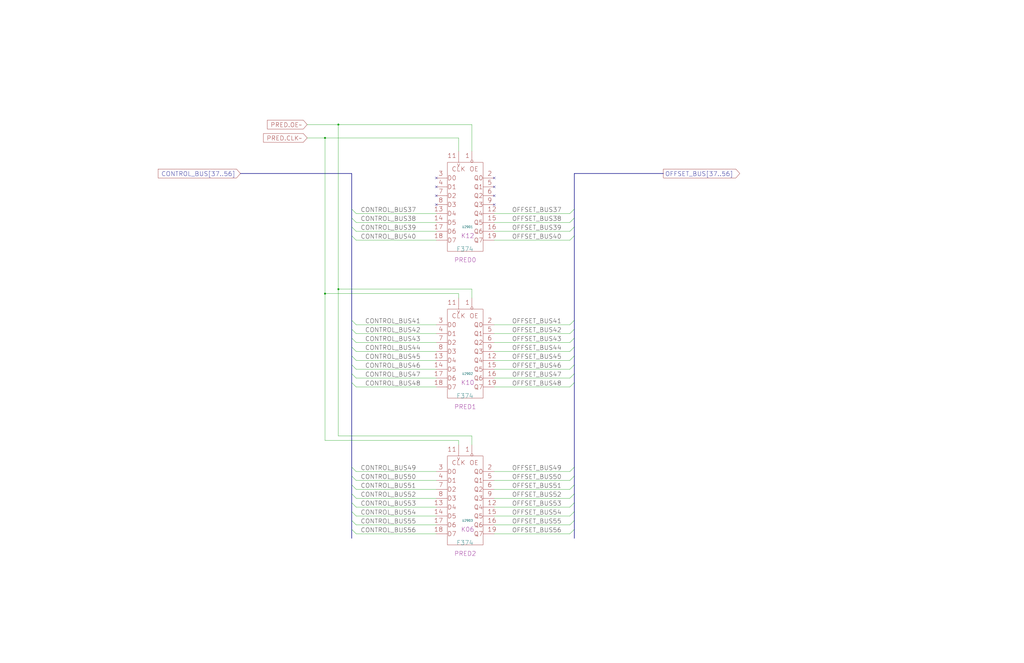
<source format=kicad_sch>
(kicad_sch (version 20211123) (generator eeschema)
  (paper "User" 584.2 378.46)
  (title_block (title "CONTROL PREDECESSOR") (date "22-MAY-90") (rev "1.0") (comment 1 "SEQUENCER") (comment 2 "232-003064") (comment 3 "S400") (comment 4 "RELEASED"))
  (lib_symbols
    (symbol "r1000:F374" (pin_numbers hide) (pin_names (offset 1.016) hide)
      (property "Reference" "U" (at 2.54 5.08 0))
      (property "Value" "F374" (at -3.81 -7.62 0))
      (property "Location" "___" (at -1.27 0 0))
      (property "Name" "______" (at 1.27 -15.24 0))
      (symbol "F374_1_1"
        (rectangle (start -8.89 41.91) (end 11.43 -8.89))
        (circle (center 5.08 42.545) (radius 0.635))
        (text "0" (at -5.08 33.02 0) (effects (font (size 2.54 2.54))))
        (text "0" (at 10.16 33.02 0) (effects (font (size 2.54 2.54))))
        (text "1" (at -15.24 0 0) (effects (font (size 2.54 2.54))))
        (text "1" (at -15.24 5.08 0) (effects (font (size 2.54 2.54))))
        (text "1" (at -15.24 10.16 0) (effects (font (size 2.54 2.54))))
        (text "1" (at -15.24 15.24 0) (effects (font (size 2.54 2.54))))
        (text "1" (at -7.62 45.72 0) (effects (font (size 2.54 2.54))))
        (text "1" (at -5.08 27.94 0) (effects (font (size 2.54 2.54))))
        (text "1" (at -5.08 45.72 0) (effects (font (size 2.54 2.54))))
        (text "1" (at 2.54 45.72 0) (effects (font (size 2.54 2.54))))
        (text "1" (at 10.16 27.94 0) (effects (font (size 2.54 2.54))))
        (text "1" (at 15.24 0 0) (effects (font (size 2.54 2.54))))
        (text "1" (at 15.24 5.08 0) (effects (font (size 2.54 2.54))))
        (text "1" (at 15.24 10.16 0) (effects (font (size 2.54 2.54))))
        (text "1" (at 15.24 15.24 0) (effects (font (size 2.54 2.54))))
        (text "2" (at -5.08 22.86 0) (effects (font (size 2.54 2.54))))
        (text "2" (at 10.16 22.86 0) (effects (font (size 2.54 2.54))))
        (text "2" (at 15.24 35.56 0) (effects (font (size 2.54 2.54))))
        (text "2" (at 17.78 15.24 0) (effects (font (size 2.54 2.54))))
        (text "3" (at -12.7 15.24 0) (effects (font (size 2.54 2.54))))
        (text "3" (at -12.7 35.56 0) (effects (font (size 2.54 2.54))))
        (text "3" (at -5.08 17.78 0) (effects (font (size 2.54 2.54))))
        (text "3" (at 10.16 17.78 0) (effects (font (size 2.54 2.54))))
        (text "4" (at -12.7 10.16 0) (effects (font (size 2.54 2.54))))
        (text "4" (at -12.7 30.48 0) (effects (font (size 2.54 2.54))))
        (text "4" (at -5.08 12.7 0) (effects (font (size 2.54 2.54))))
        (text "4" (at 10.16 12.7 0) (effects (font (size 2.54 2.54))))
        (text "5" (at -5.08 7.62 0) (effects (font (size 2.54 2.54))))
        (text "5" (at 10.16 7.62 0) (effects (font (size 2.54 2.54))))
        (text "5" (at 15.24 30.48 0) (effects (font (size 2.54 2.54))))
        (text "5" (at 17.78 10.16 0) (effects (font (size 2.54 2.54))))
        (text "6" (at -5.08 2.54 0) (effects (font (size 2.54 2.54))))
        (text "6" (at 10.16 2.54 0) (effects (font (size 2.54 2.54))))
        (text "6" (at 15.24 25.4 0) (effects (font (size 2.54 2.54))))
        (text "6" (at 17.78 5.08 0) (effects (font (size 2.54 2.54))))
        (text "7" (at -12.7 5.08 0) (effects (font (size 2.54 2.54))))
        (text "7" (at -12.7 25.4 0) (effects (font (size 2.54 2.54))))
        (text "7" (at -5.08 -2.54 0) (effects (font (size 2.54 2.54))))
        (text "7" (at 10.16 -2.54 0) (effects (font (size 2.54 2.54))))
        (text "8" (at -12.7 0 0) (effects (font (size 2.54 2.54))))
        (text "8" (at -12.7 20.32 0) (effects (font (size 2.54 2.54))))
        (text "9" (at 15.24 20.32 0) (effects (font (size 2.54 2.54))))
        (text "9" (at 17.78 0 0) (effects (font (size 2.54 2.54))))
        (text "C" (at -5.08 38.1 0) (effects (font (size 2.54 2.54))))
        (text "D" (at -7.62 -2.54 0) (effects (font (size 2.54 2.54))))
        (text "D" (at -7.62 2.54 0) (effects (font (size 2.54 2.54))))
        (text "D" (at -7.62 7.62 0) (effects (font (size 2.54 2.54))))
        (text "D" (at -7.62 12.7 0) (effects (font (size 2.54 2.54))))
        (text "D" (at -7.62 17.78 0) (effects (font (size 2.54 2.54))))
        (text "D" (at -7.62 22.86 0) (effects (font (size 2.54 2.54))))
        (text "D" (at -7.62 27.94 0) (effects (font (size 2.54 2.54))))
        (text "D" (at -7.62 33.02 0) (effects (font (size 2.54 2.54))))
        (text "E" (at 7.62 38.1 0) (effects (font (size 2.54 2.54))))
        (text "K" (at 0 38.1 0) (effects (font (size 2.54 2.54))))
        (text "L" (at -2.54 38.1 0) (effects (font (size 2.54 2.54))))
        (text "O" (at 5.08 38.1 0) (effects (font (size 2.54 2.54))))
        (text "Q" (at 7.62 -2.54 0) (effects (font (size 2.54 2.54))))
        (text "Q" (at 7.62 2.54 0) (effects (font (size 2.54 2.54))))
        (text "Q" (at 7.62 7.62 0) (effects (font (size 2.54 2.54))))
        (text "Q" (at 7.62 12.7 0) (effects (font (size 2.54 2.54))))
        (text "Q" (at 7.62 17.78 0) (effects (font (size 2.54 2.54))))
        (text "Q" (at 7.62 22.86 0) (effects (font (size 2.54 2.54))))
        (text "Q" (at 7.62 27.94 0) (effects (font (size 2.54 2.54))))
        (text "Q" (at 7.62 33.02 0) (effects (font (size 2.54 2.54))))
        (text "v" (at -2.54 40.64 0) (effects (font (size 2.54 2.54))))
        (pin input line (at 5.08 48.26 270) (length 5.08) (name "OE_") (number "1"))
        (pin input line (at -2.54 48.26 270) (length 6.35) (name "CLK") (number "11"))
        (pin tri_state line (at 17.78 12.7 180) (length 6.35) (name "Q4") (number "12"))
        (pin input line (at -15.24 12.7 0) (length 6.35) (name "D4") (number "13"))
        (pin input line (at -15.24 7.62 0) (length 6.35) (name "D5") (number "14"))
        (pin tri_state line (at 17.78 7.62 180) (length 6.35) (name "Q5") (number "15"))
        (pin tri_state line (at 17.78 2.54 180) (length 6.35) (name "Q6") (number "16"))
        (pin input line (at -15.24 2.54 0) (length 6.35) (name "D6") (number "17"))
        (pin input line (at -15.24 -2.54 0) (length 6.35) (name "D7") (number "18"))
        (pin tri_state line (at 17.78 -2.54 180) (length 6.35) (name "Q7") (number "19"))
        (pin tri_state line (at 17.78 33.02 180) (length 6.35) (name "Q0") (number "2"))
        (pin input line (at -15.24 33.02 0) (length 6.35) (name "D0") (number "3"))
        (pin input line (at -15.24 27.94 0) (length 6.35) (name "D1") (number "4"))
        (pin tri_state line (at 17.78 27.94 180) (length 6.35) (name "Q1") (number "5"))
        (pin tri_state line (at 17.78 22.86 180) (length 6.35) (name "Q2") (number "6"))
        (pin input line (at -15.24 22.86 0) (length 6.35) (name "D2") (number "7"))
        (pin input line (at -15.24 17.78 0) (length 6.35) (name "D3") (number "8"))
        (pin tri_state line (at 17.78 17.78 180) (length 6.35) (name "Q3") (number "9"))
      )
    )
  )
  (bus (pts (xy 137.16 99.06) (xy 200.66 99.06)))
  (bus (pts (xy 200.66 119.38) (xy 200.66 124.46)))
  (bus (pts (xy 200.66 124.46) (xy 200.66 129.54)))
  (bus (pts (xy 200.66 129.54) (xy 200.66 134.62)))
  (bus (pts (xy 200.66 134.62) (xy 200.66 182.88)))
  (bus (pts (xy 200.66 182.88) (xy 200.66 187.96)))
  (bus (pts (xy 200.66 187.96) (xy 200.66 193.04)))
  (bus (pts (xy 200.66 193.04) (xy 200.66 198.12)))
  (bus (pts (xy 200.66 198.12) (xy 200.66 203.2)))
  (bus (pts (xy 200.66 203.2) (xy 200.66 208.28)))
  (bus (pts (xy 200.66 208.28) (xy 200.66 213.36)))
  (bus (pts (xy 200.66 213.36) (xy 200.66 218.44)))
  (bus (pts (xy 200.66 218.44) (xy 200.66 266.7)))
  (bus (pts (xy 200.66 266.7) (xy 200.66 271.78)))
  (bus (pts (xy 200.66 271.78) (xy 200.66 276.86)))
  (bus (pts (xy 200.66 276.86) (xy 200.66 281.94)))
  (bus (pts (xy 200.66 281.94) (xy 200.66 287.02)))
  (bus (pts (xy 200.66 287.02) (xy 200.66 292.1)))
  (bus (pts (xy 200.66 292.1) (xy 200.66 297.18)))
  (bus (pts (xy 200.66 297.18) (xy 200.66 302.26)))
  (bus (pts (xy 200.66 302.26) (xy 200.66 307.34)))
  (bus (pts (xy 200.66 99.06) (xy 200.66 119.38)))
  (bus (pts (xy 327.66 119.38) (xy 327.66 124.46)))
  (bus (pts (xy 327.66 124.46) (xy 327.66 129.54)))
  (bus (pts (xy 327.66 129.54) (xy 327.66 134.62)))
  (bus (pts (xy 327.66 134.62) (xy 327.66 182.88)))
  (bus (pts (xy 327.66 182.88) (xy 327.66 187.96)))
  (bus (pts (xy 327.66 187.96) (xy 327.66 193.04)))
  (bus (pts (xy 327.66 193.04) (xy 327.66 198.12)))
  (bus (pts (xy 327.66 198.12) (xy 327.66 203.2)))
  (bus (pts (xy 327.66 203.2) (xy 327.66 208.28)))
  (bus (pts (xy 327.66 208.28) (xy 327.66 213.36)))
  (bus (pts (xy 327.66 213.36) (xy 327.66 218.44)))
  (bus (pts (xy 327.66 218.44) (xy 327.66 266.7)))
  (bus (pts (xy 327.66 266.7) (xy 327.66 271.78)))
  (bus (pts (xy 327.66 271.78) (xy 327.66 276.86)))
  (bus (pts (xy 327.66 276.86) (xy 327.66 281.94)))
  (bus (pts (xy 327.66 281.94) (xy 327.66 287.02)))
  (bus (pts (xy 327.66 287.02) (xy 327.66 292.1)))
  (bus (pts (xy 327.66 292.1) (xy 327.66 297.18)))
  (bus (pts (xy 327.66 297.18) (xy 327.66 302.26)))
  (bus (pts (xy 327.66 302.26) (xy 327.66 307.34)))
  (bus (pts (xy 327.66 99.06) (xy 327.66 119.38)))
  (bus (pts (xy 327.66 99.06) (xy 378.46 99.06)))
  (wire (pts (xy 175.26 71.12) (xy 193.04 71.12)))
  (wire (pts (xy 175.26 78.74) (xy 185.42 78.74)))
  (wire (pts (xy 185.42 167.64) (xy 185.42 251.46)))
  (wire (pts (xy 185.42 78.74) (xy 185.42 167.64)))
  (wire (pts (xy 185.42 78.74) (xy 261.62 78.74)))
  (wire (pts (xy 193.04 165.1) (xy 193.04 71.12)))
  (wire (pts (xy 193.04 165.1) (xy 269.24 165.1)))
  (wire (pts (xy 193.04 248.92) (xy 193.04 165.1)))
  (wire (pts (xy 193.04 71.12) (xy 269.24 71.12)))
  (wire (pts (xy 203.2 121.92) (xy 248.92 121.92)))
  (wire (pts (xy 203.2 127) (xy 248.92 127)))
  (wire (pts (xy 203.2 132.08) (xy 248.92 132.08)))
  (wire (pts (xy 203.2 137.16) (xy 248.92 137.16)))
  (wire (pts (xy 203.2 185.42) (xy 248.92 185.42)))
  (wire (pts (xy 203.2 190.5) (xy 248.92 190.5)))
  (wire (pts (xy 203.2 195.58) (xy 248.92 195.58)))
  (wire (pts (xy 203.2 200.66) (xy 248.92 200.66)))
  (wire (pts (xy 203.2 205.74) (xy 248.92 205.74)))
  (wire (pts (xy 203.2 210.82) (xy 248.92 210.82)))
  (wire (pts (xy 203.2 215.9) (xy 248.92 215.9)))
  (wire (pts (xy 203.2 220.98) (xy 248.92 220.98)))
  (wire (pts (xy 203.2 269.24) (xy 248.92 269.24)))
  (wire (pts (xy 203.2 274.32) (xy 248.92 274.32)))
  (wire (pts (xy 203.2 279.4) (xy 248.92 279.4)))
  (wire (pts (xy 203.2 284.48) (xy 248.92 284.48)))
  (wire (pts (xy 203.2 289.56) (xy 248.92 289.56)))
  (wire (pts (xy 203.2 294.64) (xy 248.92 294.64)))
  (wire (pts (xy 203.2 299.72) (xy 248.92 299.72)))
  (wire (pts (xy 203.2 304.8) (xy 248.92 304.8)))
  (wire (pts (xy 261.62 167.64) (xy 185.42 167.64)))
  (wire (pts (xy 261.62 170.18) (xy 261.62 167.64)))
  (wire (pts (xy 261.62 251.46) (xy 185.42 251.46)))
  (wire (pts (xy 261.62 254) (xy 261.62 251.46)))
  (wire (pts (xy 261.62 78.74) (xy 261.62 86.36)))
  (wire (pts (xy 269.24 170.18) (xy 269.24 165.1)))
  (wire (pts (xy 269.24 248.92) (xy 193.04 248.92)))
  (wire (pts (xy 269.24 254) (xy 269.24 248.92)))
  (wire (pts (xy 269.24 71.12) (xy 269.24 86.36)))
  (wire (pts (xy 281.94 121.92) (xy 325.12 121.92)))
  (wire (pts (xy 281.94 127) (xy 325.12 127)))
  (wire (pts (xy 281.94 132.08) (xy 325.12 132.08)))
  (wire (pts (xy 281.94 137.16) (xy 325.12 137.16)))
  (wire (pts (xy 281.94 185.42) (xy 325.12 185.42)))
  (wire (pts (xy 281.94 190.5) (xy 325.12 190.5)))
  (wire (pts (xy 281.94 195.58) (xy 325.12 195.58)))
  (wire (pts (xy 281.94 200.66) (xy 325.12 200.66)))
  (wire (pts (xy 281.94 205.74) (xy 325.12 205.74)))
  (wire (pts (xy 281.94 210.82) (xy 325.12 210.82)))
  (wire (pts (xy 281.94 215.9) (xy 325.12 215.9)))
  (wire (pts (xy 281.94 220.98) (xy 325.12 220.98)))
  (wire (pts (xy 281.94 269.24) (xy 325.12 269.24)))
  (wire (pts (xy 281.94 274.32) (xy 325.12 274.32)))
  (wire (pts (xy 281.94 279.4) (xy 325.12 279.4)))
  (wire (pts (xy 281.94 284.48) (xy 325.12 284.48)))
  (wire (pts (xy 281.94 289.56) (xy 325.12 289.56)))
  (wire (pts (xy 281.94 294.64) (xy 325.12 294.64)))
  (wire (pts (xy 281.94 299.72) (xy 325.12 299.72)))
  (wire (pts (xy 281.94 304.8) (xy 325.12 304.8)))
  (global_label "CONTROL_BUS[37..56]" (shape input) (at 137.16 99.06 180) (effects (font (size 2.54 2.54))) (property "Intersheet References" "${INTERSHEET_REFS}" (at 90.2426 98.9013 0) (effects (font (size 2.54 2.54)) (justify right))))
  (global_label "PRED.OE~" (shape input) (at 175.26 71.12 180) (effects (font (size 2.54 2.54))) (property "Intersheet References" "${INTERSHEET_REFS}" (at 152.533 70.9613 0) (effects (font (size 2.54 2.54)) (justify right))))
  (global_label "PRED.CLK~" (shape input) (at 175.26 78.74 180) (effects (font (size 2.54 2.54))) (property "Intersheet References" "${INTERSHEET_REFS}" (at 150.3559 78.5813 0) (effects (font (size 2.54 2.54)) (justify right))))
  (junction (at 185.42 78.74))
  (junction (at 185.42 167.64))
  (junction (at 193.04 71.12))
  (junction (at 193.04 165.1))
  (bus_entry (at 200.66 119.38) (size 2.54 2.54))
  (bus_entry (at 200.66 124.46) (size 2.54 2.54))
  (bus_entry (at 200.66 129.54) (size 2.54 2.54))
  (bus_entry (at 200.66 134.62) (size 2.54 2.54))
  (bus_entry (at 200.66 182.88) (size 2.54 2.54))
  (bus_entry (at 200.66 187.96) (size 2.54 2.54))
  (bus_entry (at 200.66 193.04) (size 2.54 2.54))
  (bus_entry (at 200.66 198.12) (size 2.54 2.54))
  (bus_entry (at 200.66 203.2) (size 2.54 2.54))
  (bus_entry (at 200.66 208.28) (size 2.54 2.54))
  (bus_entry (at 200.66 213.36) (size 2.54 2.54))
  (bus_entry (at 200.66 218.44) (size 2.54 2.54))
  (bus_entry (at 200.66 266.7) (size 2.54 2.54))
  (bus_entry (at 200.66 271.78) (size 2.54 2.54))
  (bus_entry (at 200.66 276.86) (size 2.54 2.54))
  (bus_entry (at 200.66 281.94) (size 2.54 2.54))
  (bus_entry (at 200.66 287.02) (size 2.54 2.54))
  (bus_entry (at 200.66 292.1) (size 2.54 2.54))
  (bus_entry (at 200.66 297.18) (size 2.54 2.54))
  (bus_entry (at 200.66 302.26) (size 2.54 2.54))
  (label "CONTROL_BUS37" (at 205.74 121.92 0) (effects (font (size 2.54 2.54))))
  (label "CONTROL_BUS38" (at 205.74 127 0) (effects (font (size 2.54 2.54))))
  (label "CONTROL_BUS39" (at 205.74 132.08 0) (effects (font (size 2.54 2.54))))
  (label "CONTROL_BUS40" (at 205.74 137.16 0) (effects (font (size 2.54 2.54))))
  (label "CONTROL_BUS49" (at 205.74 269.24 0) (effects (font (size 2.54 2.54))))
  (label "CONTROL_BUS50" (at 205.74 274.32 0) (effects (font (size 2.54 2.54))))
  (label "CONTROL_BUS51" (at 205.74 279.4 0) (effects (font (size 2.54 2.54))))
  (label "CONTROL_BUS52" (at 205.74 284.48 0) (effects (font (size 2.54 2.54))))
  (label "CONTROL_BUS53" (at 205.74 289.56 0) (effects (font (size 2.54 2.54))))
  (label "CONTROL_BUS54" (at 205.74 294.64 0) (effects (font (size 2.54 2.54))))
  (label "CONTROL_BUS55" (at 205.74 299.72 0) (effects (font (size 2.54 2.54))))
  (label "CONTROL_BUS56" (at 205.74 304.8 0) (effects (font (size 2.54 2.54))))
  (label "CONTROL_BUS41" (at 208.28 185.42 0) (effects (font (size 2.54 2.54))))
  (label "CONTROL_BUS42" (at 208.28 190.5 0) (effects (font (size 2.54 2.54))))
  (label "CONTROL_BUS43" (at 208.28 195.58 0) (effects (font (size 2.54 2.54))))
  (label "CONTROL_BUS44" (at 208.28 200.66 0) (effects (font (size 2.54 2.54))))
  (label "CONTROL_BUS45" (at 208.28 205.74 0) (effects (font (size 2.54 2.54))))
  (label "CONTROL_BUS46" (at 208.28 210.82 0) (effects (font (size 2.54 2.54))))
  (label "CONTROL_BUS47" (at 208.28 215.9 0) (effects (font (size 2.54 2.54))))
  (label "CONTROL_BUS48" (at 208.28 220.98 0) (effects (font (size 2.54 2.54))))
  (no_connect (at 248.92 101.6))
  (no_connect (at 248.92 106.68))
  (no_connect (at 248.92 111.76))
  (no_connect (at 248.92 116.84))
  (symbol (lib_id "r1000:F374") (at 264.16 134.62 0) (unit 1)
    (property "Reference" "U2901" (at 266.7 129.54 0))
    (property "Value" "F374" (at 260.35 142.24 0) (effects (font (size 2.54 2.54)) (justify left)))
    (property "Location" "K12" (at 262.89 134.62 0) (effects (font (size 2.54 2.54)) (justify left)))
    (property "Name" "PRED0" (at 265.43 149.86 0) (effects (font (size 2.54 2.54)) (justify bottom)))
  )
  (symbol (lib_id "r1000:F374") (at 264.16 218.44 0) (unit 1)
    (property "Reference" "U2902" (at 266.7 213.36 0))
    (property "Value" "F374" (at 260.35 226.06 0) (effects (font (size 2.54 2.54)) (justify left)))
    (property "Location" "K10" (at 262.89 218.44 0) (effects (font (size 2.54 2.54)) (justify left)))
    (property "Name" "PRED1" (at 265.43 233.68 0) (effects (font (size 2.54 2.54)) (justify bottom)))
  )
  (symbol (lib_id "r1000:F374") (at 264.16 302.26 0) (unit 1)
    (property "Reference" "U2903" (at 266.7 297.18 0))
    (property "Value" "F374" (at 260.35 309.88 0) (effects (font (size 2.54 2.54)) (justify left)))
    (property "Location" "K06" (at 262.89 302.26 0) (effects (font (size 2.54 2.54)) (justify left)))
    (property "Name" "PRED2" (at 265.43 317.5 0) (effects (font (size 2.54 2.54)) (justify bottom)))
  )
  (no_connect (at 281.94 101.6))
  (no_connect (at 281.94 106.68))
  (no_connect (at 281.94 111.76))
  (no_connect (at 281.94 116.84))
  (label "OFFSET_BUS37" (at 292.1 121.92 0) (effects (font (size 2.54 2.54))))
  (label "OFFSET_BUS38" (at 292.1 127 0) (effects (font (size 2.54 2.54))))
  (label "OFFSET_BUS39" (at 292.1 132.08 0) (effects (font (size 2.54 2.54))))
  (label "OFFSET_BUS40" (at 292.1 137.16 0) (effects (font (size 2.54 2.54))))
  (label "OFFSET_BUS41" (at 292.1 185.42 0) (effects (font (size 2.54 2.54))))
  (label "OFFSET_BUS42" (at 292.1 190.5 0) (effects (font (size 2.54 2.54))))
  (label "OFFSET_BUS43" (at 292.1 195.58 0) (effects (font (size 2.54 2.54))))
  (label "OFFSET_BUS44" (at 292.1 200.66 0) (effects (font (size 2.54 2.54))))
  (label "OFFSET_BUS45" (at 292.1 205.74 0) (effects (font (size 2.54 2.54))))
  (label "OFFSET_BUS46" (at 292.1 210.82 0) (effects (font (size 2.54 2.54))))
  (label "OFFSET_BUS47" (at 292.1 215.9 0) (effects (font (size 2.54 2.54))))
  (label "OFFSET_BUS48" (at 292.1 220.98 0) (effects (font (size 2.54 2.54))))
  (label "OFFSET_BUS49" (at 292.1 269.24 0) (effects (font (size 2.54 2.54))))
  (label "OFFSET_BUS50" (at 292.1 274.32 0) (effects (font (size 2.54 2.54))))
  (label "OFFSET_BUS51" (at 292.1 279.4 0) (effects (font (size 2.54 2.54))))
  (label "OFFSET_BUS52" (at 292.1 284.48 0) (effects (font (size 2.54 2.54))))
  (label "OFFSET_BUS53" (at 292.1 289.56 0) (effects (font (size 2.54 2.54))))
  (label "OFFSET_BUS54" (at 292.1 294.64 0) (effects (font (size 2.54 2.54))))
  (label "OFFSET_BUS55" (at 292.1 299.72 0) (effects (font (size 2.54 2.54))))
  (label "OFFSET_BUS56" (at 292.1 304.8 0) (effects (font (size 2.54 2.54))))
  (bus_entry (at 327.66 119.38) (size -2.54 2.54))
  (bus_entry (at 327.66 124.46) (size -2.54 2.54))
  (bus_entry (at 327.66 129.54) (size -2.54 2.54))
  (bus_entry (at 327.66 134.62) (size -2.54 2.54))
  (bus_entry (at 327.66 182.88) (size -2.54 2.54))
  (bus_entry (at 327.66 187.96) (size -2.54 2.54))
  (bus_entry (at 327.66 193.04) (size -2.54 2.54))
  (bus_entry (at 327.66 198.12) (size -2.54 2.54))
  (bus_entry (at 327.66 203.2) (size -2.54 2.54))
  (bus_entry (at 327.66 208.28) (size -2.54 2.54))
  (bus_entry (at 327.66 213.36) (size -2.54 2.54))
  (bus_entry (at 327.66 218.44) (size -2.54 2.54))
  (bus_entry (at 327.66 266.7) (size -2.54 2.54))
  (bus_entry (at 327.66 271.78) (size -2.54 2.54))
  (bus_entry (at 327.66 276.86) (size -2.54 2.54))
  (bus_entry (at 327.66 281.94) (size -2.54 2.54))
  (bus_entry (at 327.66 287.02) (size -2.54 2.54))
  (bus_entry (at 327.66 292.1) (size -2.54 2.54))
  (bus_entry (at 327.66 297.18) (size -2.54 2.54))
  (bus_entry (at 327.66 302.26) (size -2.54 2.54))
  (global_label "OFFSET_BUS[37..56]" (shape output) (at 378.46 99.06 0) (effects (font (size 2.54 2.54))) (property "Intersheet References" "${INTERSHEET_REFS}" (at 421.9908 98.9013 0) (effects (font (size 2.54 2.54)) (justify left))))
)
</source>
